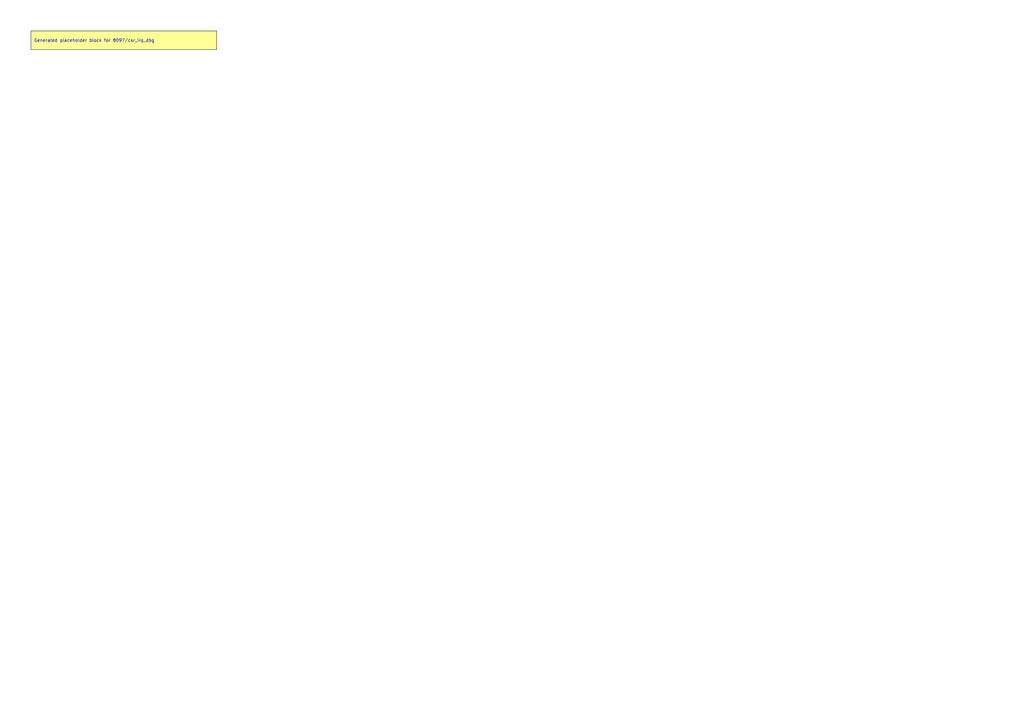
<source format=kicad_sch>
(kicad_sch
	(version 20250114)
	(generator "kicadgen")
	(generator_version "0.1")
	(uuid "d6150b04-f51a-5206-b4d0-b648f48b2838")
	(paper "A3")
	(title_block
		(title "8097::csr_irq_dbg")
		(company "Project Carbon")
		(comment 1 "Generated - do not edit in generated/")
		(comment 2 "Edit in schem/kicad9/manual/ or refine mapping specs")
	)
	(lib_symbols)
	(text_box
		"Generated placeholder block for 8097/csr_irq_dbg"
		(exclude_from_sim no)
		(at
			12.7
			12.7
			0
		)
		(size 76.2 7.62)
		(margins
			1.27
			1.27
			1.27
			1.27
		)
		(stroke
			(width 0)
			(type default)
			(color
				0
				0
				0
				1
			)
		)
		(fill
			(type color)
			(color
				255
				255
				150
				1
			)
		)
		(effects
			(font
				(size 1.27 1.27)
			)
			(justify left)
		)
		(uuid "c0a3cbdb-f124-5cc9-acdd-a08b5fa539f5")
	)
	(sheet_instances
		(path
			"/"
			(page "1")
		)
	)
	(embedded_fonts no)
)

</source>
